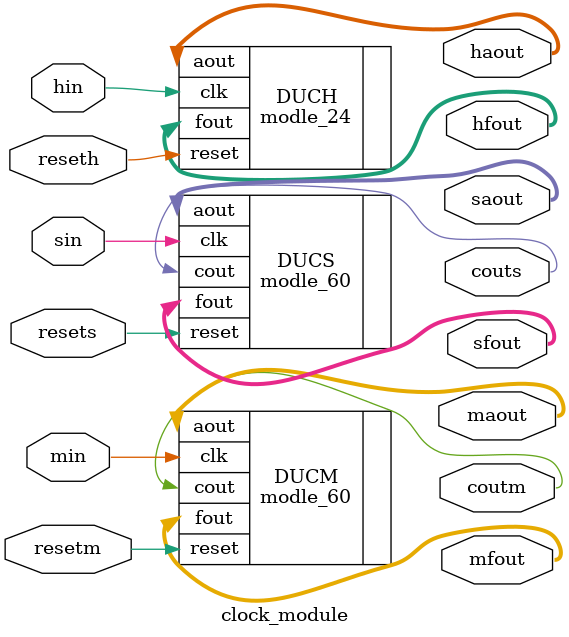
<source format=v>
`timescale 1ns / 1ps

//the fundamental clock ,only a counter which can count as s,m,h
module clock_module(
sin,min,hin,resets,resetm,reseth,couts,coutm,saout,sfout,maout,mfout,haout,hfout
    );
    input sin,min,hin,resets,resetm,reseth;
    output  couts,coutm;
    output [3:0] saout,sfout,maout,mfout,haout,hfout;
    modle_60 DUCS (.clk(sin),.reset(resets),.cout(couts),.fout(sfout),.aout(saout));
    modle_60 DUCM (.clk(min),.reset(resetm),.cout(coutm),.fout(mfout),.aout(maout));
    modle_24 DUCH (.clk(hin),.reset(reseth),.fout(hfout),.aout(haout));
endmodule

</source>
